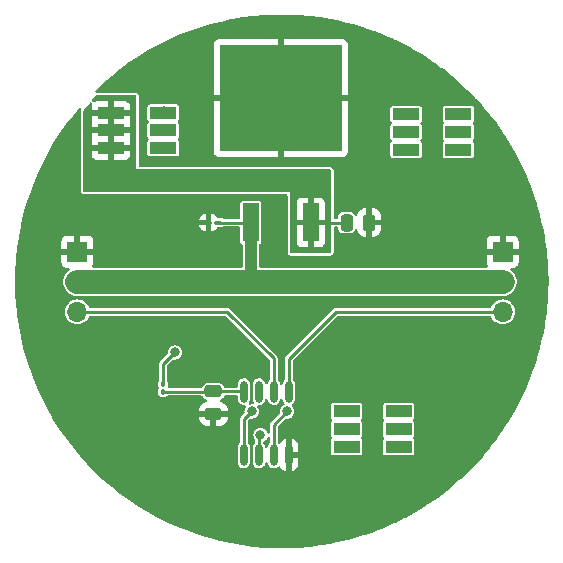
<source format=gtl>
G04 #@! TF.GenerationSoftware,KiCad,Pcbnew,7.0.8*
G04 #@! TF.CreationDate,2023-12-04T02:09:38-07:00*
G04 #@! TF.ProjectId,Lit,4c69742e-6b69-4636-9164-5f7063625858,rev?*
G04 #@! TF.SameCoordinates,Original*
G04 #@! TF.FileFunction,Copper,L1,Top*
G04 #@! TF.FilePolarity,Positive*
%FSLAX46Y46*%
G04 Gerber Fmt 4.6, Leading zero omitted, Abs format (unit mm)*
G04 Created by KiCad (PCBNEW 7.0.8) date 2023-12-04 02:09:38*
%MOMM*%
%LPD*%
G01*
G04 APERTURE LIST*
G04 Aperture macros list*
%AMRoundRect*
0 Rectangle with rounded corners*
0 $1 Rounding radius*
0 $2 $3 $4 $5 $6 $7 $8 $9 X,Y pos of 4 corners*
0 Add a 4 corners polygon primitive as box body*
4,1,4,$2,$3,$4,$5,$6,$7,$8,$9,$2,$3,0*
0 Add four circle primitives for the rounded corners*
1,1,$1+$1,$2,$3*
1,1,$1+$1,$4,$5*
1,1,$1+$1,$6,$7*
1,1,$1+$1,$8,$9*
0 Add four rect primitives between the rounded corners*
20,1,$1+$1,$2,$3,$4,$5,0*
20,1,$1+$1,$4,$5,$6,$7,0*
20,1,$1+$1,$6,$7,$8,$9,0*
20,1,$1+$1,$8,$9,$2,$3,0*%
G04 Aperture macros list end*
G04 #@! TA.AperFunction,ComponentPad*
%ADD10R,1.700000X1.700000*%
G04 #@! TD*
G04 #@! TA.AperFunction,ComponentPad*
%ADD11O,1.700000X1.700000*%
G04 #@! TD*
G04 #@! TA.AperFunction,SMDPad,CuDef*
%ADD12RoundRect,0.250000X-0.475000X0.250000X-0.475000X-0.250000X0.475000X-0.250000X0.475000X0.250000X0*%
G04 #@! TD*
G04 #@! TA.AperFunction,SMDPad,CuDef*
%ADD13R,2.260000X1.000000*%
G04 #@! TD*
G04 #@! TA.AperFunction,SMDPad,CuDef*
%ADD14RoundRect,0.100000X-0.100000X0.130000X-0.100000X-0.130000X0.100000X-0.130000X0.100000X0.130000X0*%
G04 #@! TD*
G04 #@! TA.AperFunction,SMDPad,CuDef*
%ADD15RoundRect,0.250000X0.250000X0.475000X-0.250000X0.475000X-0.250000X-0.475000X0.250000X-0.475000X0*%
G04 #@! TD*
G04 #@! TA.AperFunction,SMDPad,CuDef*
%ADD16RoundRect,0.100000X-0.217500X-0.100000X0.217500X-0.100000X0.217500X0.100000X-0.217500X0.100000X0*%
G04 #@! TD*
G04 #@! TA.AperFunction,SMDPad,CuDef*
%ADD17O,0.630000X1.860000*%
G04 #@! TD*
G04 #@! TA.AperFunction,SMDPad,CuDef*
%ADD18R,1.400000X3.200000*%
G04 #@! TD*
G04 #@! TA.AperFunction,SMDPad,CuDef*
%ADD19R,10.400000X9.000000*%
G04 #@! TD*
G04 #@! TA.AperFunction,ViaPad*
%ADD20C,0.800000*%
G04 #@! TD*
G04 #@! TA.AperFunction,Conductor*
%ADD21C,2.000000*%
G04 #@! TD*
G04 #@! TA.AperFunction,Conductor*
%ADD22C,0.250000*%
G04 #@! TD*
G04 #@! TA.AperFunction,Conductor*
%ADD23C,1.000000*%
G04 #@! TD*
G04 APERTURE END LIST*
D10*
X120000000Y-91475000D03*
D11*
X120000000Y-94015000D03*
X120000000Y-96555000D03*
D10*
X156000000Y-91475000D03*
D11*
X156000000Y-94015000D03*
X156000000Y-96555000D03*
D12*
X131500000Y-105200000D03*
X131500000Y-103300000D03*
D13*
X152252500Y-79825000D03*
X152252500Y-81325000D03*
X152252500Y-82825000D03*
X147832500Y-82825000D03*
X147832500Y-81325000D03*
X147832500Y-79825000D03*
D14*
X127250000Y-103320000D03*
X127250000Y-102680000D03*
D15*
X144700000Y-89000000D03*
X142800000Y-89000000D03*
D16*
X131907500Y-89000000D03*
X131092500Y-89000000D03*
D17*
X134090000Y-103320000D03*
X135370000Y-103320000D03*
X136630000Y-103320000D03*
X137900000Y-103320000D03*
X137900000Y-108680000D03*
X136630000Y-108680000D03*
X135370000Y-108680000D03*
X134090000Y-108680000D03*
D13*
X147210000Y-108000000D03*
X147210000Y-106500000D03*
X147210000Y-105000000D03*
X142790000Y-105000000D03*
X142790000Y-106500000D03*
X142790000Y-108000000D03*
D18*
X134685000Y-88995000D03*
D19*
X137225000Y-78455000D03*
D18*
X139765000Y-88995000D03*
D13*
X127260000Y-79700000D03*
X127260000Y-81200000D03*
X127260000Y-82700000D03*
X122840000Y-82700000D03*
X122840000Y-81200000D03*
X122840000Y-79700000D03*
D20*
X142750000Y-108000000D03*
X135500000Y-107000000D03*
X142750000Y-105000000D03*
X142750000Y-106500000D03*
X137750000Y-105000000D03*
X134750000Y-105000000D03*
X139750000Y-89000000D03*
X128250000Y-100000000D03*
X147250000Y-108000000D03*
X147250000Y-106500000D03*
X147250000Y-105000000D03*
X152250000Y-82750000D03*
X152250000Y-81250000D03*
X152250000Y-79750000D03*
X127325000Y-82750000D03*
X127325000Y-81100000D03*
X127325000Y-79600000D03*
X147625000Y-79775000D03*
X147575000Y-81325000D03*
X147775000Y-82850000D03*
D21*
X120000000Y-94015000D02*
X134400000Y-94015000D01*
X134400000Y-94015000D02*
X156000000Y-94015000D01*
D22*
X134400000Y-94015000D02*
X134685000Y-93730000D01*
D23*
X134685000Y-93730000D02*
X134685000Y-88995000D01*
D22*
X139770000Y-89000000D02*
X139765000Y-88995000D01*
X142800000Y-89000000D02*
X139770000Y-89000000D01*
X135370000Y-107130000D02*
X135500000Y-107000000D01*
X135370000Y-108680000D02*
X135370000Y-107130000D01*
X134090000Y-105660000D02*
X134090000Y-108680000D01*
X134750000Y-105000000D02*
X134090000Y-105660000D01*
X136630000Y-106120000D02*
X137750000Y-105000000D01*
X136630000Y-108680000D02*
X136630000Y-106120000D01*
X127250000Y-101000000D02*
X128250000Y-100000000D01*
X127250000Y-102680000D02*
X127250000Y-101000000D01*
X131480000Y-103320000D02*
X131500000Y-103300000D01*
X127250000Y-103320000D02*
X131480000Y-103320000D01*
X134070000Y-103300000D02*
X134090000Y-103320000D01*
X131500000Y-103300000D02*
X134070000Y-103300000D01*
X131907500Y-89000000D02*
X134680000Y-89000000D01*
X134680000Y-89000000D02*
X134685000Y-88995000D01*
X132680000Y-96555000D02*
X120000000Y-96555000D01*
X136630000Y-100505000D02*
X132680000Y-96555000D01*
X136630000Y-103320000D02*
X136630000Y-100505000D01*
X141895000Y-96555000D02*
X156000000Y-96555000D01*
X137900000Y-100550000D02*
X141895000Y-96555000D01*
X137900000Y-103320000D02*
X137900000Y-100550000D01*
G04 #@! TA.AperFunction,Conductor*
G36*
X124943039Y-78219685D02*
G01*
X124988794Y-78272489D01*
X125000000Y-78324000D01*
X125000000Y-79000000D01*
X125000000Y-84500000D01*
X138000000Y-84500000D01*
X141376000Y-84500000D01*
X141443039Y-84519685D01*
X141488794Y-84572489D01*
X141500000Y-84624000D01*
X141500000Y-91476000D01*
X141480315Y-91543039D01*
X141427511Y-91588794D01*
X141376000Y-91600000D01*
X138124000Y-91600000D01*
X138056961Y-91580315D01*
X138011206Y-91527511D01*
X138000000Y-91476000D01*
X138000000Y-89245000D01*
X138565000Y-89245000D01*
X138565000Y-90642844D01*
X138571401Y-90702372D01*
X138571403Y-90702379D01*
X138621645Y-90837086D01*
X138621649Y-90837093D01*
X138707809Y-90952187D01*
X138707812Y-90952190D01*
X138822906Y-91038350D01*
X138822913Y-91038354D01*
X138957620Y-91088596D01*
X138957627Y-91088598D01*
X139017155Y-91094999D01*
X139017172Y-91095000D01*
X139515000Y-91095000D01*
X139515000Y-89245000D01*
X140015000Y-89245000D01*
X140015000Y-91095000D01*
X140512828Y-91095000D01*
X140512844Y-91094999D01*
X140572372Y-91088598D01*
X140572379Y-91088596D01*
X140707086Y-91038354D01*
X140707093Y-91038350D01*
X140822187Y-90952190D01*
X140822190Y-90952187D01*
X140908350Y-90837093D01*
X140908354Y-90837086D01*
X140958596Y-90702379D01*
X140958598Y-90702372D01*
X140964999Y-90642844D01*
X140965000Y-90642827D01*
X140965000Y-89245000D01*
X140015000Y-89245000D01*
X139515000Y-89245000D01*
X138565000Y-89245000D01*
X138000000Y-89245000D01*
X138000000Y-88745000D01*
X138565000Y-88745000D01*
X139515000Y-88745000D01*
X139515000Y-86895000D01*
X140015000Y-86895000D01*
X140015000Y-88745000D01*
X140965000Y-88745000D01*
X140965000Y-87347172D01*
X140964999Y-87347155D01*
X140958598Y-87287627D01*
X140958596Y-87287620D01*
X140908354Y-87152913D01*
X140908350Y-87152906D01*
X140822190Y-87037812D01*
X140822187Y-87037809D01*
X140707093Y-86951649D01*
X140707086Y-86951645D01*
X140572379Y-86901403D01*
X140572372Y-86901401D01*
X140512844Y-86895000D01*
X140015000Y-86895000D01*
X139515000Y-86895000D01*
X139017155Y-86895000D01*
X138957627Y-86901401D01*
X138957620Y-86901403D01*
X138822913Y-86951645D01*
X138822906Y-86951649D01*
X138707812Y-87037809D01*
X138707809Y-87037812D01*
X138621649Y-87152906D01*
X138621645Y-87152913D01*
X138571403Y-87287620D01*
X138571401Y-87287627D01*
X138565000Y-87347155D01*
X138565000Y-88745000D01*
X138000000Y-88745000D01*
X138000000Y-86400000D01*
X131500000Y-86400000D01*
X120624000Y-86400000D01*
X120556961Y-86380315D01*
X120511206Y-86327511D01*
X120500000Y-86276000D01*
X120500000Y-82950000D01*
X121210000Y-82950000D01*
X121210000Y-83247844D01*
X121216401Y-83307372D01*
X121216403Y-83307379D01*
X121266645Y-83442086D01*
X121266649Y-83442093D01*
X121352809Y-83557187D01*
X121352812Y-83557190D01*
X121467906Y-83643350D01*
X121467913Y-83643354D01*
X121602620Y-83693596D01*
X121602627Y-83693598D01*
X121662155Y-83699999D01*
X121662172Y-83700000D01*
X122590000Y-83700000D01*
X122590000Y-82950000D01*
X123090000Y-82950000D01*
X123090000Y-83700000D01*
X124017828Y-83700000D01*
X124017844Y-83699999D01*
X124077372Y-83693598D01*
X124077379Y-83693596D01*
X124212086Y-83643354D01*
X124212093Y-83643350D01*
X124327187Y-83557190D01*
X124327190Y-83557187D01*
X124413350Y-83442093D01*
X124413354Y-83442086D01*
X124463596Y-83307379D01*
X124463598Y-83307372D01*
X124469999Y-83247844D01*
X124470000Y-83247827D01*
X124470000Y-82950000D01*
X123090000Y-82950000D01*
X122590000Y-82950000D01*
X121210000Y-82950000D01*
X120500000Y-82950000D01*
X120500000Y-81450000D01*
X121210000Y-81450000D01*
X121210000Y-81747844D01*
X121216401Y-81807372D01*
X121216403Y-81807383D01*
X121253434Y-81906668D01*
X121258418Y-81976360D01*
X121253434Y-81993332D01*
X121216403Y-82092616D01*
X121216401Y-82092627D01*
X121210000Y-82152155D01*
X121210000Y-82450000D01*
X122590000Y-82450000D01*
X122590000Y-81450000D01*
X123090000Y-81450000D01*
X123090000Y-82450000D01*
X124470000Y-82450000D01*
X124470000Y-82152172D01*
X124469999Y-82152155D01*
X124463598Y-82092627D01*
X124463597Y-82092623D01*
X124426564Y-81993334D01*
X124421580Y-81923642D01*
X124426564Y-81906666D01*
X124463597Y-81807376D01*
X124463598Y-81807372D01*
X124469999Y-81747844D01*
X124470000Y-81747827D01*
X124470000Y-81450000D01*
X123090000Y-81450000D01*
X122590000Y-81450000D01*
X121210000Y-81450000D01*
X120500000Y-81450000D01*
X120500000Y-79950000D01*
X121210000Y-79950000D01*
X121210000Y-80247844D01*
X121216401Y-80307372D01*
X121216403Y-80307383D01*
X121253434Y-80406668D01*
X121258418Y-80476360D01*
X121253434Y-80493332D01*
X121216403Y-80592616D01*
X121216401Y-80592627D01*
X121210000Y-80652155D01*
X121210000Y-80950000D01*
X122590000Y-80950000D01*
X122590000Y-79950000D01*
X123090000Y-79950000D01*
X123090000Y-80950000D01*
X124470000Y-80950000D01*
X124470000Y-80652172D01*
X124469999Y-80652155D01*
X124463598Y-80592627D01*
X124463597Y-80592623D01*
X124426564Y-80493334D01*
X124421580Y-80423642D01*
X124426564Y-80406666D01*
X124463597Y-80307376D01*
X124463598Y-80307372D01*
X124469999Y-80247844D01*
X124470000Y-80247827D01*
X124470000Y-79950000D01*
X123090000Y-79950000D01*
X122590000Y-79950000D01*
X121210000Y-79950000D01*
X120500000Y-79950000D01*
X120500000Y-79545422D01*
X120519685Y-79478383D01*
X120529340Y-79465325D01*
X121050030Y-78849964D01*
X121108360Y-78811503D01*
X121178224Y-78810683D01*
X121237442Y-78847765D01*
X121267211Y-78910975D01*
X121260871Y-78973395D01*
X121216403Y-79092619D01*
X121216401Y-79092627D01*
X121210000Y-79152155D01*
X121210000Y-79450000D01*
X122590000Y-79450000D01*
X122590000Y-78700000D01*
X123090000Y-78700000D01*
X123090000Y-79450000D01*
X124470000Y-79450000D01*
X124470000Y-79152172D01*
X124469999Y-79152155D01*
X124463598Y-79092627D01*
X124463596Y-79092620D01*
X124413354Y-78957913D01*
X124413350Y-78957906D01*
X124327190Y-78842812D01*
X124327187Y-78842809D01*
X124212093Y-78756649D01*
X124212086Y-78756645D01*
X124077379Y-78706403D01*
X124077372Y-78706401D01*
X124017844Y-78700000D01*
X123090000Y-78700000D01*
X122590000Y-78700000D01*
X121662155Y-78700000D01*
X121602627Y-78706401D01*
X121602620Y-78706403D01*
X121467913Y-78756645D01*
X121467906Y-78756649D01*
X121418315Y-78793773D01*
X121352851Y-78818190D01*
X121284578Y-78803338D01*
X121235173Y-78753932D01*
X121220321Y-78685659D01*
X121244738Y-78620195D01*
X121249325Y-78614433D01*
X121562851Y-78243902D01*
X121621182Y-78205441D01*
X121657511Y-78200000D01*
X124876000Y-78200000D01*
X124943039Y-78219685D01*
G37*
G04 #@! TD.AperFunction*
G04 #@! TA.AperFunction,Conductor*
G36*
X137799785Y-71394574D02*
G01*
X138641327Y-71429845D01*
X138747446Y-71435444D01*
X139580694Y-71505413D01*
X139692548Y-71516058D01*
X140516532Y-71620151D01*
X140633424Y-71636273D01*
X141446958Y-71773872D01*
X141568368Y-71795866D01*
X142370552Y-71966375D01*
X142495807Y-71994567D01*
X143285488Y-72197323D01*
X143414057Y-72232015D01*
X144190270Y-72466367D01*
X144321508Y-72507789D01*
X145083297Y-72773072D01*
X145216543Y-72821393D01*
X145962902Y-73116897D01*
X146097638Y-73172292D01*
X146827488Y-73497242D01*
X146858717Y-73511649D01*
X146963207Y-73559853D01*
X147675648Y-73913512D01*
X147811708Y-73983381D01*
X148130482Y-74158628D01*
X148505780Y-74364949D01*
X148539851Y-74384302D01*
X148641704Y-74442158D01*
X149316472Y-74850811D01*
X149451663Y-74935332D01*
X150106295Y-75370269D01*
X150240195Y-75462054D01*
X150821499Y-75884396D01*
X150873785Y-75922384D01*
X151005928Y-76021404D01*
X151617646Y-76506246D01*
X151747448Y-76612343D01*
X152336467Y-77120770D01*
X152463542Y-77233901D01*
X153029058Y-77764956D01*
X153062434Y-77797293D01*
X153152887Y-77884930D01*
X153694170Y-78437670D01*
X153759944Y-78507004D01*
X153814283Y-78564285D01*
X154279082Y-79080497D01*
X154330601Y-79137715D01*
X154446586Y-79270794D01*
X154937253Y-79863909D01*
X155048648Y-80003163D01*
X155497753Y-80594837D01*
X155512993Y-80614914D01*
X155609644Y-80746770D01*
X155619439Y-80760132D01*
X155965871Y-81258582D01*
X156056856Y-81389493D01*
X156157957Y-81540371D01*
X156308907Y-81778230D01*
X156564162Y-82180448D01*
X156567841Y-82186244D01*
X156663242Y-82342481D01*
X157045014Y-83003726D01*
X157134435Y-83165090D01*
X157487585Y-83840605D01*
X157570666Y-84006679D01*
X157894730Y-84695350D01*
X157971196Y-84865804D01*
X158265750Y-85566519D01*
X158335309Y-85740917D01*
X158599952Y-86452521D01*
X158662385Y-86630513D01*
X158849415Y-87206133D01*
X158896748Y-87351807D01*
X158951850Y-87533025D01*
X159155599Y-88262772D01*
X159203198Y-88446866D01*
X159376068Y-89183905D01*
X159415975Y-89370362D01*
X159557740Y-90113520D01*
X159589827Y-90301944D01*
X159700285Y-91049957D01*
X159724453Y-91239982D01*
X159803455Y-91991632D01*
X159819613Y-92182765D01*
X159867058Y-92936897D01*
X159875149Y-93128635D01*
X159892983Y-93980000D01*
X159875149Y-94831364D01*
X159867058Y-95023102D01*
X159819613Y-95777234D01*
X159803455Y-95968367D01*
X159724453Y-96720017D01*
X159700285Y-96910042D01*
X159589827Y-97658055D01*
X159557740Y-97846479D01*
X159415975Y-98589637D01*
X159376068Y-98776094D01*
X159203198Y-99513133D01*
X159155599Y-99697227D01*
X158951850Y-100426974D01*
X158896748Y-100608192D01*
X158662385Y-101329486D01*
X158599952Y-101507478D01*
X158335309Y-102219082D01*
X158265750Y-102393480D01*
X157971196Y-103094195D01*
X157894730Y-103264649D01*
X157570666Y-103953320D01*
X157487585Y-104119394D01*
X157134435Y-104794909D01*
X157045014Y-104956273D01*
X156663242Y-105617518D01*
X156567841Y-105773755D01*
X156157957Y-106419628D01*
X156056856Y-106570506D01*
X155619447Y-107199856D01*
X155513002Y-107345073D01*
X155048648Y-107956836D01*
X154937253Y-108096090D01*
X154446586Y-108689205D01*
X154330601Y-108822284D01*
X153814293Y-109395703D01*
X153694170Y-109522329D01*
X153152887Y-110075069D01*
X153029072Y-110195030D01*
X152463542Y-110726098D01*
X152336481Y-110839218D01*
X151747448Y-111347656D01*
X151617646Y-111453753D01*
X151005912Y-111938608D01*
X150873785Y-112037615D01*
X150240194Y-112497947D01*
X150106294Y-112589731D01*
X149451663Y-113024667D01*
X149316472Y-113109188D01*
X148641704Y-113517841D01*
X148505774Y-113595053D01*
X147811708Y-113976618D01*
X147675648Y-114046487D01*
X146963207Y-114400146D01*
X146827475Y-114462763D01*
X146097646Y-114787704D01*
X145962854Y-114843121D01*
X145216553Y-115138602D01*
X145169350Y-115155721D01*
X145083299Y-115186926D01*
X144321527Y-115452204D01*
X144190240Y-115493641D01*
X143414063Y-115727982D01*
X143285493Y-115762675D01*
X142495809Y-115965431D01*
X142370527Y-115993629D01*
X141568392Y-116164128D01*
X141446964Y-116186126D01*
X140633424Y-116323726D01*
X140516465Y-116339857D01*
X139692573Y-116443938D01*
X139580667Y-116454588D01*
X138747463Y-116524554D01*
X138641279Y-116530156D01*
X137799802Y-116565424D01*
X137699889Y-116566478D01*
X136851233Y-116566478D01*
X136758222Y-116563535D01*
X135903457Y-116527710D01*
X135817859Y-116521382D01*
X134958139Y-116449189D01*
X134880507Y-116440146D01*
X134016921Y-116331050D01*
X133947897Y-116320043D01*
X133081462Y-116173496D01*
X133021676Y-116161358D01*
X132153443Y-115976810D01*
X132147899Y-115975439D01*
X132103400Y-115964431D01*
X131234483Y-115741332D01*
X131211837Y-115734706D01*
X131194655Y-115729679D01*
X130326208Y-115467479D01*
X130297260Y-115457667D01*
X129430192Y-115155721D01*
X129412724Y-115148966D01*
X128548068Y-114806625D01*
X128542451Y-114804176D01*
X127682586Y-114421340D01*
X126835029Y-114000609D01*
X126005834Y-113544755D01*
X125196455Y-113054578D01*
X124408313Y-112530937D01*
X123642790Y-111974752D01*
X122901229Y-111386998D01*
X122184931Y-110768707D01*
X121495153Y-110120962D01*
X120833104Y-109444900D01*
X120199947Y-108741708D01*
X119596792Y-108012618D01*
X119024697Y-107258911D01*
X118484666Y-106481908D01*
X117977646Y-105682972D01*
X117843139Y-105450000D01*
X130275001Y-105450000D01*
X130275001Y-105499986D01*
X130285494Y-105602697D01*
X130340641Y-105769119D01*
X130340643Y-105769124D01*
X130432684Y-105918345D01*
X130556654Y-106042315D01*
X130705875Y-106134356D01*
X130705880Y-106134358D01*
X130872302Y-106189505D01*
X130872309Y-106189506D01*
X130975019Y-106199999D01*
X131249999Y-106199999D01*
X131250000Y-106199998D01*
X131250000Y-105450000D01*
X131750000Y-105450000D01*
X131750000Y-106199999D01*
X132024972Y-106199999D01*
X132024986Y-106199998D01*
X132127697Y-106189505D01*
X132294119Y-106134358D01*
X132294124Y-106134356D01*
X132443345Y-106042315D01*
X132567315Y-105918345D01*
X132659356Y-105769124D01*
X132659358Y-105769119D01*
X132714505Y-105602697D01*
X132714506Y-105602690D01*
X132724999Y-105499986D01*
X132725000Y-105499973D01*
X132725000Y-105450000D01*
X131750000Y-105450000D01*
X131250000Y-105450000D01*
X130275001Y-105450000D01*
X117843139Y-105450000D01*
X117504526Y-104863506D01*
X117066138Y-104024946D01*
X116663249Y-103168764D01*
X116296567Y-102296461D01*
X115966735Y-101409569D01*
X115674331Y-100509642D01*
X115419868Y-99598261D01*
X115203794Y-98677023D01*
X115026487Y-97747545D01*
X114888257Y-96811457D01*
X114861302Y-96555000D01*
X118944417Y-96555000D01*
X118964699Y-96760932D01*
X118964700Y-96760934D01*
X119024768Y-96958954D01*
X119122315Y-97141450D01*
X119122317Y-97141452D01*
X119253589Y-97301410D01*
X119350209Y-97380702D01*
X119413550Y-97432685D01*
X119596046Y-97530232D01*
X119794066Y-97590300D01*
X119794065Y-97590300D01*
X119812529Y-97592118D01*
X120000000Y-97610583D01*
X120205934Y-97590300D01*
X120403954Y-97530232D01*
X120586450Y-97432685D01*
X120746410Y-97301410D01*
X120877685Y-97141450D01*
X120975232Y-96958954D01*
X120975234Y-96958945D01*
X120976021Y-96957049D01*
X120976701Y-96956203D01*
X120978104Y-96953581D01*
X120978601Y-96953846D01*
X121019862Y-96902645D01*
X121086156Y-96880579D01*
X121090583Y-96880500D01*
X132493812Y-96880500D01*
X132560851Y-96900185D01*
X132581493Y-96916819D01*
X136268181Y-100603507D01*
X136301666Y-100664830D01*
X136304500Y-100691188D01*
X136304500Y-102249776D01*
X136284815Y-102316815D01*
X136265138Y-102340398D01*
X136226362Y-102376613D01*
X136152733Y-102497690D01*
X136118577Y-102619594D01*
X136081535Y-102678837D01*
X136018344Y-102708648D01*
X135949068Y-102699564D01*
X135895700Y-102654468D01*
X135876330Y-102603023D01*
X135871051Y-102564612D01*
X135814595Y-102434636D01*
X135725164Y-102324712D01*
X135725163Y-102324711D01*
X135725158Y-102324707D01*
X135609395Y-102242992D01*
X135609394Y-102242991D01*
X135475870Y-102195537D01*
X135334492Y-102185866D01*
X135334491Y-102185866D01*
X135334490Y-102185866D01*
X135287950Y-102195537D01*
X135195747Y-102214696D01*
X135187283Y-102219082D01*
X135069926Y-102279892D01*
X135069923Y-102279894D01*
X135069922Y-102279895D01*
X135069921Y-102279895D01*
X134966360Y-102376615D01*
X134966360Y-102376616D01*
X134892733Y-102497690D01*
X134892732Y-102497692D01*
X134892732Y-102497693D01*
X134855913Y-102629105D01*
X134854500Y-102634147D01*
X134854500Y-103970264D01*
X134868949Y-104075388D01*
X134925404Y-104205363D01*
X134929814Y-104212615D01*
X134927342Y-104214118D01*
X134948853Y-104265394D01*
X134936757Y-104334208D01*
X134889377Y-104385560D01*
X134821756Y-104403144D01*
X134809439Y-104402143D01*
X134750001Y-104394318D01*
X134749999Y-104394318D01*
X134641395Y-104408616D01*
X134572360Y-104397850D01*
X134520104Y-104351470D01*
X134501219Y-104284201D01*
X134519261Y-104221251D01*
X134567268Y-104142307D01*
X134605500Y-104005854D01*
X134605500Y-102669736D01*
X134591051Y-102564612D01*
X134534595Y-102434636D01*
X134445164Y-102324712D01*
X134445163Y-102324711D01*
X134445158Y-102324707D01*
X134329395Y-102242992D01*
X134329394Y-102242991D01*
X134195870Y-102195537D01*
X134054492Y-102185866D01*
X134054491Y-102185866D01*
X134054490Y-102185866D01*
X134007950Y-102195537D01*
X133915747Y-102214696D01*
X133907283Y-102219082D01*
X133789926Y-102279892D01*
X133789923Y-102279894D01*
X133789922Y-102279895D01*
X133789921Y-102279895D01*
X133686360Y-102376615D01*
X133686360Y-102376616D01*
X133612733Y-102497690D01*
X133612732Y-102497692D01*
X133612732Y-102497693D01*
X133575913Y-102629105D01*
X133574500Y-102634147D01*
X133574500Y-102850500D01*
X133554815Y-102917539D01*
X133502011Y-102963294D01*
X133450500Y-102974500D01*
X132513847Y-102974500D01*
X132446808Y-102954815D01*
X132401053Y-102902011D01*
X132396812Y-102891471D01*
X132377793Y-102837118D01*
X132297150Y-102727850D01*
X132187882Y-102647207D01*
X132187880Y-102647206D01*
X132059700Y-102602353D01*
X132029270Y-102599500D01*
X132029266Y-102599500D01*
X130970734Y-102599500D01*
X130970730Y-102599500D01*
X130940300Y-102602353D01*
X130940298Y-102602353D01*
X130812119Y-102647206D01*
X130812117Y-102647207D01*
X130702850Y-102727850D01*
X130622207Y-102837117D01*
X130622206Y-102837119D01*
X130596195Y-102911455D01*
X130555473Y-102968231D01*
X130490520Y-102993978D01*
X130479154Y-102994500D01*
X127773518Y-102994500D01*
X127706479Y-102974815D01*
X127660724Y-102922011D01*
X127650702Y-102858470D01*
X127650293Y-102858447D01*
X127650401Y-102856565D01*
X127650345Y-102856206D01*
X127650499Y-102854877D01*
X127650499Y-102854873D01*
X127650500Y-102854865D01*
X127650499Y-102505136D01*
X127649636Y-102497693D01*
X127647586Y-102480012D01*
X127647585Y-102480010D01*
X127647585Y-102480009D01*
X127602206Y-102377235D01*
X127602203Y-102377232D01*
X127597199Y-102369926D01*
X127575554Y-102303494D01*
X127575500Y-102299851D01*
X127575500Y-101186187D01*
X127595185Y-101119148D01*
X127611815Y-101098510D01*
X128078315Y-100632009D01*
X128139636Y-100598526D01*
X128182180Y-100596753D01*
X128249999Y-100605682D01*
X128250000Y-100605682D01*
X128250001Y-100605682D01*
X128302254Y-100598802D01*
X128406762Y-100585044D01*
X128552841Y-100524536D01*
X128678282Y-100428282D01*
X128774536Y-100302841D01*
X128835044Y-100156762D01*
X128855682Y-100000000D01*
X128835044Y-99843238D01*
X128774536Y-99697159D01*
X128678282Y-99571718D01*
X128552841Y-99475464D01*
X128406762Y-99414956D01*
X128406760Y-99414955D01*
X128250001Y-99394318D01*
X128249999Y-99394318D01*
X128093239Y-99414955D01*
X128093237Y-99414956D01*
X127947160Y-99475463D01*
X127821718Y-99571718D01*
X127725463Y-99697160D01*
X127664956Y-99843237D01*
X127664955Y-99843239D01*
X127644318Y-99999998D01*
X127644318Y-100000001D01*
X127653246Y-100067818D01*
X127642480Y-100136853D01*
X127617988Y-100171684D01*
X127031803Y-100757870D01*
X127027814Y-100761525D01*
X126996805Y-100787545D01*
X126976562Y-100822606D01*
X126973656Y-100827166D01*
X126950446Y-100860313D01*
X126948206Y-100865117D01*
X126941229Y-100881961D01*
X126939410Y-100886959D01*
X126932383Y-100926811D01*
X126931212Y-100932091D01*
X126920735Y-100971191D01*
X126924264Y-101011513D01*
X126924500Y-101016920D01*
X126924500Y-102299851D01*
X126904815Y-102366890D01*
X126902801Y-102369926D01*
X126897794Y-102377235D01*
X126852415Y-102480006D01*
X126852415Y-102480008D01*
X126849500Y-102505131D01*
X126849500Y-102854856D01*
X126849502Y-102854882D01*
X126852413Y-102879986D01*
X126852414Y-102879990D01*
X126852415Y-102879991D01*
X126883289Y-102949914D01*
X126892360Y-103019191D01*
X126883289Y-103050084D01*
X126852415Y-103120006D01*
X126852415Y-103120008D01*
X126849500Y-103145131D01*
X126849500Y-103494856D01*
X126849502Y-103494882D01*
X126852413Y-103519987D01*
X126852415Y-103519991D01*
X126897793Y-103622764D01*
X126897794Y-103622765D01*
X126977235Y-103702206D01*
X127080009Y-103747585D01*
X127105135Y-103750500D01*
X127394864Y-103750499D01*
X127394879Y-103750497D01*
X127394882Y-103750497D01*
X127419987Y-103747586D01*
X127419988Y-103747585D01*
X127419991Y-103747585D01*
X127522765Y-103702206D01*
X127543152Y-103681819D01*
X127604475Y-103648334D01*
X127630833Y-103645500D01*
X130493151Y-103645500D01*
X130560190Y-103665185D01*
X130605945Y-103717989D01*
X130610187Y-103728531D01*
X130622207Y-103762882D01*
X130702850Y-103872150D01*
X130812118Y-103952793D01*
X130876033Y-103975158D01*
X130932807Y-104015878D01*
X130958555Y-104080830D01*
X130945099Y-104149392D01*
X130896712Y-104199795D01*
X130874082Y-104209904D01*
X130705878Y-104265642D01*
X130705875Y-104265643D01*
X130556654Y-104357684D01*
X130432684Y-104481654D01*
X130340643Y-104630875D01*
X130340641Y-104630880D01*
X130285494Y-104797302D01*
X130285493Y-104797309D01*
X130275000Y-104900013D01*
X130275000Y-104950000D01*
X132724999Y-104950000D01*
X132724999Y-104900028D01*
X132724998Y-104900013D01*
X132714505Y-104797302D01*
X132659358Y-104630880D01*
X132659356Y-104630875D01*
X132567315Y-104481654D01*
X132443345Y-104357684D01*
X132294124Y-104265643D01*
X132294119Y-104265641D01*
X132125917Y-104209905D01*
X132068472Y-104170133D01*
X132041649Y-104105617D01*
X132053964Y-104036841D01*
X132101507Y-103985641D01*
X132123966Y-103975158D01*
X132123972Y-103975156D01*
X132187882Y-103952793D01*
X132297150Y-103872150D01*
X132377793Y-103762882D01*
X132396806Y-103708543D01*
X132437527Y-103651769D01*
X132502480Y-103626022D01*
X132513847Y-103625500D01*
X133450500Y-103625500D01*
X133517539Y-103645185D01*
X133563294Y-103697989D01*
X133574500Y-103749500D01*
X133574500Y-103970264D01*
X133588949Y-104075388D01*
X133645405Y-104205364D01*
X133709545Y-104284201D01*
X133734836Y-104315288D01*
X133734841Y-104315292D01*
X133850604Y-104397007D01*
X133850605Y-104397008D01*
X133984129Y-104444462D01*
X133984132Y-104444463D01*
X134125510Y-104454134D01*
X134129517Y-104453301D01*
X134139487Y-104451230D01*
X134209129Y-104456863D01*
X134264670Y-104499253D01*
X134288476Y-104564942D01*
X134272989Y-104633074D01*
X134263091Y-104648122D01*
X134225464Y-104697157D01*
X134164956Y-104843237D01*
X134164955Y-104843239D01*
X134144318Y-104999998D01*
X134144318Y-105000001D01*
X134153246Y-105067818D01*
X134142480Y-105136853D01*
X134117988Y-105171684D01*
X133871803Y-105417870D01*
X133867814Y-105421525D01*
X133836805Y-105447545D01*
X133816562Y-105482606D01*
X133813656Y-105487166D01*
X133790446Y-105520313D01*
X133788206Y-105525117D01*
X133781229Y-105541961D01*
X133779410Y-105546959D01*
X133772383Y-105586811D01*
X133771212Y-105592091D01*
X133760735Y-105631191D01*
X133764264Y-105671513D01*
X133764500Y-105676920D01*
X133764500Y-107609776D01*
X133744815Y-107676815D01*
X133725138Y-107700398D01*
X133686362Y-107736613D01*
X133612733Y-107857690D01*
X133612732Y-107857692D01*
X133612732Y-107857693D01*
X133574500Y-107994146D01*
X133574500Y-109330264D01*
X133588949Y-109435388D01*
X133645405Y-109565364D01*
X133703707Y-109637026D01*
X133734836Y-109675288D01*
X133734841Y-109675292D01*
X133850604Y-109757007D01*
X133850605Y-109757008D01*
X133984129Y-109804462D01*
X133984132Y-109804463D01*
X134125510Y-109814134D01*
X134264254Y-109785303D01*
X134390074Y-109720108D01*
X134493639Y-109623385D01*
X134567268Y-109502307D01*
X134605500Y-109365854D01*
X134605500Y-108029736D01*
X134591051Y-107924612D01*
X134534595Y-107794636D01*
X134445164Y-107684712D01*
X134445163Y-107684711D01*
X134443313Y-107682437D01*
X134416274Y-107618011D01*
X134415500Y-107604181D01*
X134415500Y-105846187D01*
X134435185Y-105779148D01*
X134451815Y-105758510D01*
X134578314Y-105632010D01*
X134639637Y-105598526D01*
X134682181Y-105596753D01*
X134749999Y-105605682D01*
X134750000Y-105605682D01*
X134750001Y-105605682D01*
X134802254Y-105598802D01*
X134906762Y-105585044D01*
X135052841Y-105524536D01*
X135178282Y-105428282D01*
X135274536Y-105302841D01*
X135335044Y-105156762D01*
X135355682Y-105000000D01*
X135349099Y-104950000D01*
X135335044Y-104843239D01*
X135335044Y-104843238D01*
X135274536Y-104697159D01*
X135237704Y-104649158D01*
X135212511Y-104583992D01*
X135226549Y-104515547D01*
X135275363Y-104465557D01*
X135343454Y-104449893D01*
X135344386Y-104449952D01*
X135405510Y-104454134D01*
X135544254Y-104425303D01*
X135670074Y-104360108D01*
X135773639Y-104263385D01*
X135847268Y-104142307D01*
X135881423Y-104020403D01*
X135918463Y-103961163D01*
X135981654Y-103931351D01*
X136050930Y-103940434D01*
X136104299Y-103985530D01*
X136123669Y-104036974D01*
X136128949Y-104075389D01*
X136161093Y-104149392D01*
X136185405Y-104205364D01*
X136249545Y-104284201D01*
X136274836Y-104315288D01*
X136274841Y-104315292D01*
X136390604Y-104397007D01*
X136390605Y-104397008D01*
X136524129Y-104444462D01*
X136524132Y-104444463D01*
X136665510Y-104454134D01*
X136804254Y-104425303D01*
X136930074Y-104360108D01*
X137033639Y-104263385D01*
X137107268Y-104142307D01*
X137145500Y-104005854D01*
X137145500Y-104005851D01*
X137147788Y-103997686D01*
X137150833Y-103998539D01*
X137173196Y-103948700D01*
X137231723Y-103910537D01*
X137301591Y-103910074D01*
X137360618Y-103947458D01*
X137390063Y-104010820D01*
X137390290Y-104012394D01*
X137398949Y-104075389D01*
X137455404Y-104205363D01*
X137455406Y-104205366D01*
X137512637Y-104275711D01*
X137539676Y-104340137D01*
X137527592Y-104408954D01*
X137480220Y-104460312D01*
X137463905Y-104468527D01*
X137447161Y-104475462D01*
X137321718Y-104571718D01*
X137225463Y-104697160D01*
X137164956Y-104843237D01*
X137164955Y-104843239D01*
X137144318Y-104999998D01*
X137144318Y-105000001D01*
X137153246Y-105067818D01*
X137142480Y-105136853D01*
X137117988Y-105171684D01*
X136411803Y-105877870D01*
X136407814Y-105881525D01*
X136376805Y-105907545D01*
X136356562Y-105942606D01*
X136353656Y-105947166D01*
X136330446Y-105980313D01*
X136328206Y-105985117D01*
X136321229Y-106001961D01*
X136319410Y-106006959D01*
X136312383Y-106046811D01*
X136311212Y-106052091D01*
X136300735Y-106091191D01*
X136304264Y-106131513D01*
X136304500Y-106136920D01*
X136304500Y-106749662D01*
X136284815Y-106816701D01*
X136232011Y-106862456D01*
X136162853Y-106872400D01*
X136099297Y-106843375D01*
X136065939Y-106797115D01*
X136024536Y-106697160D01*
X136024536Y-106697159D01*
X135928282Y-106571718D01*
X135802841Y-106475464D01*
X135656762Y-106414956D01*
X135656760Y-106414955D01*
X135500001Y-106394318D01*
X135499999Y-106394318D01*
X135343239Y-106414955D01*
X135343237Y-106414956D01*
X135197160Y-106475463D01*
X135071718Y-106571718D01*
X134975463Y-106697160D01*
X134914956Y-106843237D01*
X134914955Y-106843239D01*
X134894318Y-106999998D01*
X134894318Y-107000001D01*
X134914955Y-107156760D01*
X134914957Y-107156765D01*
X134975461Y-107302836D01*
X134975464Y-107302842D01*
X135018875Y-107359415D01*
X135044070Y-107424584D01*
X135044500Y-107434902D01*
X135044500Y-107609776D01*
X135024815Y-107676815D01*
X135005138Y-107700398D01*
X134966362Y-107736613D01*
X134892733Y-107857690D01*
X134892732Y-107857692D01*
X134892732Y-107857693D01*
X134854500Y-107994146D01*
X134854500Y-109330264D01*
X134868949Y-109435388D01*
X134925405Y-109565364D01*
X134983707Y-109637026D01*
X135014836Y-109675288D01*
X135014841Y-109675292D01*
X135130604Y-109757007D01*
X135130605Y-109757008D01*
X135264129Y-109804462D01*
X135264132Y-109804463D01*
X135405510Y-109814134D01*
X135544254Y-109785303D01*
X135670074Y-109720108D01*
X135773639Y-109623385D01*
X135847268Y-109502307D01*
X135881423Y-109380403D01*
X135918463Y-109321163D01*
X135981654Y-109291351D01*
X136050930Y-109300434D01*
X136104299Y-109345530D01*
X136123669Y-109396974D01*
X136128949Y-109435389D01*
X136166712Y-109522329D01*
X136185405Y-109565364D01*
X136243707Y-109637026D01*
X136274836Y-109675288D01*
X136274841Y-109675292D01*
X136390604Y-109757007D01*
X136390605Y-109757008D01*
X136524129Y-109804462D01*
X136524132Y-109804463D01*
X136665510Y-109814134D01*
X136804254Y-109785303D01*
X136930074Y-109720108D01*
X136993323Y-109661037D01*
X137055752Y-109629666D01*
X137125233Y-109637026D01*
X137179705Y-109680782D01*
X137182953Y-109685689D01*
X137258775Y-109806360D01*
X137388639Y-109936224D01*
X137544147Y-110033936D01*
X137650000Y-110070974D01*
X137650000Y-108930000D01*
X138150000Y-108930000D01*
X138150000Y-110070973D01*
X138255852Y-110033936D01*
X138411360Y-109936224D01*
X138541224Y-109806360D01*
X138638937Y-109650849D01*
X138699592Y-109477509D01*
X138699595Y-109477496D01*
X138714999Y-109340776D01*
X138715000Y-109340772D01*
X138715000Y-108930000D01*
X138150000Y-108930000D01*
X137650000Y-108930000D01*
X137650000Y-108519752D01*
X141459500Y-108519752D01*
X141471131Y-108578229D01*
X141471132Y-108578230D01*
X141515447Y-108644552D01*
X141581769Y-108688867D01*
X141581770Y-108688868D01*
X141640247Y-108700499D01*
X141640250Y-108700500D01*
X141640252Y-108700500D01*
X143939750Y-108700500D01*
X143939751Y-108700499D01*
X143954568Y-108697552D01*
X143998229Y-108688868D01*
X143998229Y-108688867D01*
X143998231Y-108688867D01*
X144064552Y-108644552D01*
X144108867Y-108578231D01*
X144108867Y-108578229D01*
X144108868Y-108578229D01*
X144120499Y-108519752D01*
X145879500Y-108519752D01*
X145891131Y-108578229D01*
X145891132Y-108578230D01*
X145935447Y-108644552D01*
X146001769Y-108688867D01*
X146001770Y-108688868D01*
X146060247Y-108700499D01*
X146060250Y-108700500D01*
X146060252Y-108700500D01*
X148359750Y-108700500D01*
X148359751Y-108700499D01*
X148374568Y-108697552D01*
X148418229Y-108688868D01*
X148418229Y-108688867D01*
X148418231Y-108688867D01*
X148484552Y-108644552D01*
X148528867Y-108578231D01*
X148528867Y-108578229D01*
X148528868Y-108578229D01*
X148540499Y-108519752D01*
X148540500Y-108519750D01*
X148540500Y-107480249D01*
X148540499Y-107480247D01*
X148528868Y-107421770D01*
X148528867Y-107421769D01*
X148484552Y-107355447D01*
X148481043Y-107353103D01*
X148436237Y-107299492D01*
X148427528Y-107230167D01*
X148457682Y-107167139D01*
X148481043Y-107146897D01*
X148484552Y-107144552D01*
X148496670Y-107126416D01*
X148528867Y-107078231D01*
X148528867Y-107078229D01*
X148528868Y-107078229D01*
X148540499Y-107019752D01*
X148540500Y-107019750D01*
X148540500Y-105980249D01*
X148540499Y-105980247D01*
X148528868Y-105921770D01*
X148528867Y-105921769D01*
X148484552Y-105855447D01*
X148481043Y-105853103D01*
X148436237Y-105799492D01*
X148427528Y-105730167D01*
X148457682Y-105667139D01*
X148481043Y-105646897D01*
X148484552Y-105644552D01*
X148502616Y-105617518D01*
X148528867Y-105578231D01*
X148528867Y-105578229D01*
X148528868Y-105578229D01*
X148539432Y-105525117D01*
X148540500Y-105519748D01*
X148540500Y-104480252D01*
X148540500Y-104480249D01*
X148540499Y-104480247D01*
X148528868Y-104421770D01*
X148528867Y-104421769D01*
X148484552Y-104355447D01*
X148418230Y-104311132D01*
X148418229Y-104311131D01*
X148359752Y-104299500D01*
X148359748Y-104299500D01*
X146060252Y-104299500D01*
X146060247Y-104299500D01*
X146001770Y-104311131D01*
X146001769Y-104311132D01*
X145935447Y-104355447D01*
X145891132Y-104421769D01*
X145891131Y-104421770D01*
X145879500Y-104480247D01*
X145879500Y-105519752D01*
X145891131Y-105578229D01*
X145891132Y-105578230D01*
X145935448Y-105644553D01*
X145938959Y-105646899D01*
X145983764Y-105700512D01*
X145992470Y-105769837D01*
X145962314Y-105832864D01*
X145938959Y-105853101D01*
X145935448Y-105855446D01*
X145891132Y-105921769D01*
X145891131Y-105921770D01*
X145879500Y-105980247D01*
X145879500Y-107019752D01*
X145891131Y-107078229D01*
X145891132Y-107078230D01*
X145935448Y-107144553D01*
X145938959Y-107146899D01*
X145983764Y-107200512D01*
X145992470Y-107269837D01*
X145962314Y-107332864D01*
X145938959Y-107353101D01*
X145935448Y-107355446D01*
X145891132Y-107421769D01*
X145891131Y-107421770D01*
X145879500Y-107480247D01*
X145879500Y-108519752D01*
X144120499Y-108519752D01*
X144120500Y-108519750D01*
X144120500Y-107480249D01*
X144120499Y-107480247D01*
X144108868Y-107421770D01*
X144108867Y-107421769D01*
X144064552Y-107355447D01*
X144061043Y-107353103D01*
X144016237Y-107299492D01*
X144007528Y-107230167D01*
X144037682Y-107167139D01*
X144061043Y-107146897D01*
X144064552Y-107144552D01*
X144076670Y-107126416D01*
X144108867Y-107078231D01*
X144108867Y-107078229D01*
X144108868Y-107078229D01*
X144120499Y-107019752D01*
X144120500Y-107019750D01*
X144120500Y-105980249D01*
X144120499Y-105980247D01*
X144108868Y-105921770D01*
X144108867Y-105921769D01*
X144064552Y-105855447D01*
X144061043Y-105853103D01*
X144016237Y-105799492D01*
X144007528Y-105730167D01*
X144037682Y-105667139D01*
X144061043Y-105646897D01*
X144064552Y-105644552D01*
X144082616Y-105617518D01*
X144108867Y-105578231D01*
X144108867Y-105578229D01*
X144108868Y-105578229D01*
X144119432Y-105525117D01*
X144120500Y-105519748D01*
X144120500Y-104480252D01*
X144120500Y-104480249D01*
X144120499Y-104480247D01*
X144108868Y-104421770D01*
X144108867Y-104421769D01*
X144064552Y-104355447D01*
X143998230Y-104311132D01*
X143998229Y-104311131D01*
X143939752Y-104299500D01*
X143939748Y-104299500D01*
X141640252Y-104299500D01*
X141640247Y-104299500D01*
X141581770Y-104311131D01*
X141581769Y-104311132D01*
X141515447Y-104355447D01*
X141471132Y-104421769D01*
X141471131Y-104421770D01*
X141459500Y-104480247D01*
X141459500Y-105519752D01*
X141471131Y-105578229D01*
X141471132Y-105578230D01*
X141515448Y-105644553D01*
X141518959Y-105646899D01*
X141563764Y-105700512D01*
X141572470Y-105769837D01*
X141542314Y-105832864D01*
X141518959Y-105853101D01*
X141515448Y-105855446D01*
X141471132Y-105921769D01*
X141471131Y-105921770D01*
X141459500Y-105980247D01*
X141459500Y-107019752D01*
X141471131Y-107078229D01*
X141471132Y-107078230D01*
X141515448Y-107144553D01*
X141518959Y-107146899D01*
X141563764Y-107200512D01*
X141572470Y-107269837D01*
X141542314Y-107332864D01*
X141518959Y-107353101D01*
X141515448Y-107355446D01*
X141471132Y-107421769D01*
X141471131Y-107421770D01*
X141459500Y-107480247D01*
X141459500Y-108519752D01*
X137650000Y-108519752D01*
X137650000Y-107289024D01*
X138150000Y-107289024D01*
X138150000Y-108430000D01*
X138715000Y-108430000D01*
X138715000Y-108019227D01*
X138714999Y-108019223D01*
X138699595Y-107882503D01*
X138699592Y-107882490D01*
X138638937Y-107709150D01*
X138541224Y-107553639D01*
X138411360Y-107423775D01*
X138255855Y-107326065D01*
X138255851Y-107326063D01*
X138150000Y-107289024D01*
X137650000Y-107289024D01*
X137649999Y-107289024D01*
X137544148Y-107326063D01*
X137544144Y-107326065D01*
X137388639Y-107423775D01*
X137258775Y-107553639D01*
X137185098Y-107670896D01*
X137132763Y-107717187D01*
X137063709Y-107727835D01*
X136999861Y-107699460D01*
X136983886Y-107683142D01*
X136983282Y-107682399D01*
X136956268Y-107617962D01*
X136955500Y-107604181D01*
X136955500Y-106306187D01*
X136975185Y-106239148D01*
X136991815Y-106218510D01*
X137578315Y-105632009D01*
X137639636Y-105598526D01*
X137682180Y-105596753D01*
X137749999Y-105605682D01*
X137750000Y-105605682D01*
X137750001Y-105605682D01*
X137802254Y-105598802D01*
X137906762Y-105585044D01*
X138052841Y-105524536D01*
X138178282Y-105428282D01*
X138274536Y-105302841D01*
X138335044Y-105156762D01*
X138355682Y-105000000D01*
X138349099Y-104950000D01*
X138335044Y-104843239D01*
X138335044Y-104843238D01*
X138274536Y-104697159D01*
X138178282Y-104571718D01*
X138177193Y-104570882D01*
X138176507Y-104569943D01*
X138172535Y-104565971D01*
X138173154Y-104565351D01*
X138135991Y-104514458D01*
X138131834Y-104444712D01*
X138166045Y-104383791D01*
X138195630Y-104362410D01*
X138200074Y-104360108D01*
X138303639Y-104263385D01*
X138377268Y-104142307D01*
X138415500Y-104005854D01*
X138415500Y-102669736D01*
X138401051Y-102564612D01*
X138344595Y-102434636D01*
X138255164Y-102324712D01*
X138255163Y-102324711D01*
X138253313Y-102322437D01*
X138226274Y-102258011D01*
X138225500Y-102244181D01*
X138225500Y-100736188D01*
X138245185Y-100669149D01*
X138261819Y-100648507D01*
X141993508Y-96916819D01*
X142054831Y-96883334D01*
X142081189Y-96880500D01*
X154909417Y-96880500D01*
X154976456Y-96900185D01*
X155022211Y-96952989D01*
X155023979Y-96957049D01*
X155024768Y-96958954D01*
X155122315Y-97141450D01*
X155122317Y-97141452D01*
X155253589Y-97301410D01*
X155350209Y-97380702D01*
X155413550Y-97432685D01*
X155596046Y-97530232D01*
X155794066Y-97590300D01*
X155794065Y-97590300D01*
X155812529Y-97592118D01*
X156000000Y-97610583D01*
X156205934Y-97590300D01*
X156403954Y-97530232D01*
X156586450Y-97432685D01*
X156746410Y-97301410D01*
X156877685Y-97141450D01*
X156975232Y-96958954D01*
X157035300Y-96760934D01*
X157055583Y-96555000D01*
X157035300Y-96349066D01*
X156975232Y-96151046D01*
X156877685Y-95968550D01*
X156797547Y-95870901D01*
X156746410Y-95808589D01*
X156586452Y-95677317D01*
X156586453Y-95677317D01*
X156586450Y-95677315D01*
X156403954Y-95579768D01*
X156205934Y-95519700D01*
X156205932Y-95519699D01*
X156205934Y-95519699D01*
X156000000Y-95499417D01*
X155794067Y-95519699D01*
X155596043Y-95579769D01*
X155485898Y-95638643D01*
X155413550Y-95677315D01*
X155413548Y-95677316D01*
X155413547Y-95677317D01*
X155253589Y-95808589D01*
X155122317Y-95968547D01*
X155024768Y-96151045D01*
X155023979Y-96152951D01*
X155023298Y-96153796D01*
X155021896Y-96156419D01*
X155021398Y-96156153D01*
X154980138Y-96207355D01*
X154913844Y-96229421D01*
X154909417Y-96229500D01*
X141911913Y-96229500D01*
X141906511Y-96229264D01*
X141899126Y-96228618D01*
X141866192Y-96225736D01*
X141866191Y-96225736D01*
X141827099Y-96236211D01*
X141821819Y-96237382D01*
X141781954Y-96244412D01*
X141776962Y-96246229D01*
X141760117Y-96253206D01*
X141755313Y-96255446D01*
X141722163Y-96278658D01*
X141717602Y-96281564D01*
X141682548Y-96301804D01*
X141682545Y-96301806D01*
X141682543Y-96301807D01*
X141682542Y-96301809D01*
X141656523Y-96332815D01*
X141652869Y-96336803D01*
X137681803Y-100307870D01*
X137677814Y-100311525D01*
X137646805Y-100337545D01*
X137626562Y-100372606D01*
X137623656Y-100377166D01*
X137600446Y-100410313D01*
X137598206Y-100415117D01*
X137591229Y-100431961D01*
X137589410Y-100436959D01*
X137582383Y-100476811D01*
X137581212Y-100482091D01*
X137570735Y-100521191D01*
X137574264Y-100561513D01*
X137574500Y-100566920D01*
X137574500Y-102249776D01*
X137554815Y-102316815D01*
X137535138Y-102340398D01*
X137496362Y-102376613D01*
X137422733Y-102497690D01*
X137422732Y-102497692D01*
X137422732Y-102497693D01*
X137384500Y-102634146D01*
X137384500Y-102634147D01*
X137382212Y-102642314D01*
X137379176Y-102641463D01*
X137356754Y-102691356D01*
X137298205Y-102729484D01*
X137228337Y-102729904D01*
X137169332Y-102692485D01*
X137139925Y-102629105D01*
X137139709Y-102627604D01*
X137136330Y-102603023D01*
X137131051Y-102564612D01*
X137074595Y-102434636D01*
X136985164Y-102324712D01*
X136985163Y-102324711D01*
X136983313Y-102322437D01*
X136956274Y-102258011D01*
X136955500Y-102244181D01*
X136955500Y-100521920D01*
X136955736Y-100516513D01*
X136959264Y-100476193D01*
X136948782Y-100437076D01*
X136947616Y-100431818D01*
X136940588Y-100391955D01*
X136940586Y-100391952D01*
X136940586Y-100391950D01*
X136938760Y-100386933D01*
X136931820Y-100370176D01*
X136929554Y-100365319D01*
X136929554Y-100365316D01*
X136906339Y-100332162D01*
X136903433Y-100327599D01*
X136883196Y-100292548D01*
X136883195Y-100292547D01*
X136883194Y-100292545D01*
X136852177Y-100266518D01*
X136848193Y-100262867D01*
X135174963Y-98589637D01*
X132922119Y-96336793D01*
X132918474Y-96332814D01*
X132892456Y-96301807D01*
X132892455Y-96301806D01*
X132881058Y-96295226D01*
X132857392Y-96281561D01*
X132852831Y-96278655D01*
X132839687Y-96269452D01*
X132819684Y-96255446D01*
X132819681Y-96255445D01*
X132814861Y-96253197D01*
X132798055Y-96246235D01*
X132793043Y-96244411D01*
X132753190Y-96237383D01*
X132747910Y-96236212D01*
X132708808Y-96225735D01*
X132673892Y-96228790D01*
X132668481Y-96229264D01*
X132663078Y-96229500D01*
X121090583Y-96229500D01*
X121023544Y-96209815D01*
X120977789Y-96157011D01*
X120976021Y-96152951D01*
X120975233Y-96151051D01*
X120975232Y-96151046D01*
X120877685Y-95968550D01*
X120797547Y-95870901D01*
X120746410Y-95808589D01*
X120586452Y-95677317D01*
X120586453Y-95677317D01*
X120586450Y-95677315D01*
X120403954Y-95579768D01*
X120205934Y-95519700D01*
X120205932Y-95519699D01*
X120205934Y-95519699D01*
X120000000Y-95499417D01*
X119794067Y-95519699D01*
X119596043Y-95579769D01*
X119485898Y-95638643D01*
X119413550Y-95677315D01*
X119413548Y-95677316D01*
X119413547Y-95677317D01*
X119253589Y-95808589D01*
X119122317Y-95968547D01*
X119024769Y-96151043D01*
X118964699Y-96349067D01*
X118944417Y-96555000D01*
X114861302Y-96555000D01*
X114789348Y-95870402D01*
X114729934Y-94926031D01*
X114710117Y-93980000D01*
X114729934Y-93033969D01*
X114771528Y-92372844D01*
X118650000Y-92372844D01*
X118656401Y-92432372D01*
X118656403Y-92432379D01*
X118706645Y-92567086D01*
X118706649Y-92567093D01*
X118792809Y-92682187D01*
X118792812Y-92682190D01*
X118907906Y-92768350D01*
X118907913Y-92768354D01*
X119042620Y-92818596D01*
X119042627Y-92818598D01*
X119102155Y-92824999D01*
X119102172Y-92825000D01*
X119213764Y-92825000D01*
X119280803Y-92844685D01*
X119326558Y-92897489D01*
X119336502Y-92966647D01*
X119307477Y-93030203D01*
X119288490Y-93047954D01*
X119187765Y-93124017D01*
X119187762Y-93124019D01*
X119037876Y-93288437D01*
X119037874Y-93288439D01*
X118920754Y-93477595D01*
X118920753Y-93477599D01*
X118840382Y-93685060D01*
X118799500Y-93903757D01*
X118799500Y-94126243D01*
X118840382Y-94344940D01*
X118920752Y-94552398D01*
X118920754Y-94552404D01*
X119037874Y-94741560D01*
X119037876Y-94741562D01*
X119187761Y-94905979D01*
X119365308Y-95040056D01*
X119365316Y-95040061D01*
X119564461Y-95139224D01*
X119564465Y-95139225D01*
X119564472Y-95139229D01*
X119778464Y-95200115D01*
X119944497Y-95215500D01*
X119944501Y-95215500D01*
X156055499Y-95215500D01*
X156055503Y-95215500D01*
X156221536Y-95200115D01*
X156435528Y-95139229D01*
X156634689Y-95040058D01*
X156812236Y-94905981D01*
X156962124Y-94741562D01*
X157079247Y-94552401D01*
X157159618Y-94344940D01*
X157200500Y-94126243D01*
X157200500Y-93903757D01*
X157159618Y-93685060D01*
X157079247Y-93477599D01*
X156962124Y-93288438D01*
X156949952Y-93275086D01*
X156812237Y-93124019D01*
X156812234Y-93124017D01*
X156711510Y-93047954D01*
X156669873Y-92991845D01*
X156665181Y-92922134D01*
X156698924Y-92860951D01*
X156760387Y-92827724D01*
X156786236Y-92825000D01*
X156897828Y-92825000D01*
X156897844Y-92824999D01*
X156957372Y-92818598D01*
X156957379Y-92818596D01*
X157092086Y-92768354D01*
X157092093Y-92768350D01*
X157207187Y-92682190D01*
X157207190Y-92682187D01*
X157293350Y-92567093D01*
X157293354Y-92567086D01*
X157343596Y-92432379D01*
X157343598Y-92432372D01*
X157349999Y-92372844D01*
X157350000Y-92372827D01*
X157350000Y-91725000D01*
X156433686Y-91725000D01*
X156459493Y-91684844D01*
X156500000Y-91546889D01*
X156500000Y-91403111D01*
X156459493Y-91265156D01*
X156433686Y-91225000D01*
X157350000Y-91225000D01*
X157350000Y-90577172D01*
X157349999Y-90577155D01*
X157343598Y-90517627D01*
X157343596Y-90517620D01*
X157293354Y-90382913D01*
X157293350Y-90382906D01*
X157207190Y-90267812D01*
X157207187Y-90267809D01*
X157092093Y-90181649D01*
X157092086Y-90181645D01*
X156957379Y-90131403D01*
X156957372Y-90131401D01*
X156897844Y-90125000D01*
X156250000Y-90125000D01*
X156250000Y-91039498D01*
X156142315Y-90990320D01*
X156035763Y-90975000D01*
X155964237Y-90975000D01*
X155857685Y-90990320D01*
X155750000Y-91039498D01*
X155750000Y-90125000D01*
X155102155Y-90125000D01*
X155042627Y-90131401D01*
X155042620Y-90131403D01*
X154907913Y-90181645D01*
X154907906Y-90181649D01*
X154792812Y-90267809D01*
X154792809Y-90267812D01*
X154706649Y-90382906D01*
X154706645Y-90382913D01*
X154656403Y-90517620D01*
X154656401Y-90517627D01*
X154650000Y-90577155D01*
X154650000Y-91225000D01*
X155566314Y-91225000D01*
X155540507Y-91265156D01*
X155500000Y-91403111D01*
X155500000Y-91546889D01*
X155540507Y-91684844D01*
X155566314Y-91725000D01*
X154650000Y-91725000D01*
X154650000Y-92372844D01*
X154656401Y-92432372D01*
X154656403Y-92432379D01*
X154706645Y-92567086D01*
X154706647Y-92567089D01*
X154743403Y-92616188D01*
X154767821Y-92681652D01*
X154752970Y-92749925D01*
X154703565Y-92799331D01*
X154644137Y-92814500D01*
X135509500Y-92814500D01*
X135442461Y-92794815D01*
X135396706Y-92742011D01*
X135385500Y-92690500D01*
X135385500Y-90898918D01*
X135405185Y-90831879D01*
X135457989Y-90786124D01*
X135462051Y-90784356D01*
X135463229Y-90783867D01*
X135463231Y-90783867D01*
X135529552Y-90739552D01*
X135573867Y-90673231D01*
X135573867Y-90673229D01*
X135573868Y-90673229D01*
X135585499Y-90614752D01*
X135585500Y-90614750D01*
X135585500Y-87375249D01*
X135585499Y-87375247D01*
X135573868Y-87316770D01*
X135573867Y-87316769D01*
X135529552Y-87250447D01*
X135463230Y-87206132D01*
X135463229Y-87206131D01*
X135404752Y-87194500D01*
X135404748Y-87194500D01*
X133965252Y-87194500D01*
X133965247Y-87194500D01*
X133906770Y-87206131D01*
X133906769Y-87206132D01*
X133840447Y-87250447D01*
X133796132Y-87316769D01*
X133796131Y-87316770D01*
X133784500Y-87375247D01*
X133784500Y-88550500D01*
X133764815Y-88617539D01*
X133712011Y-88663294D01*
X133660500Y-88674500D01*
X132375149Y-88674500D01*
X132308110Y-88654815D01*
X132305074Y-88652801D01*
X132297767Y-88647796D01*
X132297765Y-88647794D01*
X132229244Y-88617539D01*
X132194992Y-88602415D01*
X132169868Y-88599500D01*
X131896852Y-88599500D01*
X131829813Y-88579815D01*
X131798477Y-88550987D01*
X131737926Y-88472077D01*
X131612586Y-88375899D01*
X131466634Y-88315445D01*
X131466630Y-88315444D01*
X131349330Y-88300000D01*
X131292500Y-88300000D01*
X131292500Y-89699999D01*
X131349324Y-89699999D01*
X131466628Y-89684557D01*
X131466633Y-89684555D01*
X131612585Y-89624100D01*
X131737926Y-89527922D01*
X131798478Y-89449012D01*
X131854906Y-89407810D01*
X131896850Y-89400499D01*
X132169864Y-89400499D01*
X132169879Y-89400497D01*
X132169882Y-89400497D01*
X132194987Y-89397586D01*
X132194988Y-89397585D01*
X132194991Y-89397585D01*
X132297765Y-89352206D01*
X132297769Y-89352201D01*
X132305074Y-89347199D01*
X132371506Y-89325554D01*
X132375149Y-89325500D01*
X133660500Y-89325500D01*
X133727539Y-89345185D01*
X133773294Y-89397989D01*
X133784500Y-89449500D01*
X133784500Y-90614752D01*
X133796131Y-90673229D01*
X133796132Y-90673230D01*
X133840447Y-90739552D01*
X133906769Y-90783867D01*
X133907949Y-90784356D01*
X133910126Y-90786110D01*
X133916923Y-90790652D01*
X133916516Y-90791259D01*
X133962354Y-90828195D01*
X133984421Y-90894489D01*
X133984500Y-90898918D01*
X133984500Y-92690500D01*
X133964815Y-92757539D01*
X133912011Y-92803294D01*
X133860500Y-92814500D01*
X121355863Y-92814500D01*
X121288824Y-92794815D01*
X121243069Y-92742011D01*
X121233125Y-92672853D01*
X121256597Y-92616188D01*
X121293352Y-92567089D01*
X121293354Y-92567086D01*
X121343596Y-92432379D01*
X121343598Y-92432372D01*
X121349999Y-92372844D01*
X121350000Y-92372827D01*
X121350000Y-91725000D01*
X120433686Y-91725000D01*
X120459493Y-91684844D01*
X120500000Y-91546889D01*
X120500000Y-91403111D01*
X120459493Y-91265156D01*
X120433686Y-91225000D01*
X121350000Y-91225000D01*
X121350000Y-90577172D01*
X121349999Y-90577155D01*
X121343598Y-90517627D01*
X121343596Y-90517620D01*
X121293354Y-90382913D01*
X121293350Y-90382906D01*
X121207190Y-90267812D01*
X121207187Y-90267809D01*
X121092093Y-90181649D01*
X121092086Y-90181645D01*
X120957379Y-90131403D01*
X120957372Y-90131401D01*
X120897844Y-90125000D01*
X120250000Y-90125000D01*
X120250000Y-91039498D01*
X120142315Y-90990320D01*
X120035763Y-90975000D01*
X119964237Y-90975000D01*
X119857685Y-90990320D01*
X119750000Y-91039498D01*
X119750000Y-90125000D01*
X119102155Y-90125000D01*
X119042627Y-90131401D01*
X119042620Y-90131403D01*
X118907913Y-90181645D01*
X118907906Y-90181649D01*
X118792812Y-90267809D01*
X118792809Y-90267812D01*
X118706649Y-90382906D01*
X118706645Y-90382913D01*
X118656403Y-90517620D01*
X118656401Y-90517627D01*
X118650000Y-90577155D01*
X118650000Y-91225000D01*
X119566314Y-91225000D01*
X119540507Y-91265156D01*
X119500000Y-91403111D01*
X119500000Y-91546889D01*
X119540507Y-91684844D01*
X119566314Y-91725000D01*
X118650000Y-91725000D01*
X118650000Y-92372844D01*
X114771528Y-92372844D01*
X114789348Y-92089598D01*
X114888257Y-91148543D01*
X115026487Y-90212455D01*
X115203794Y-89282977D01*
X115223256Y-89200001D01*
X130282988Y-89200001D01*
X130290442Y-89256627D01*
X130290444Y-89256633D01*
X130350899Y-89402585D01*
X130447075Y-89527924D01*
X130572413Y-89624100D01*
X130718365Y-89684554D01*
X130718369Y-89684555D01*
X130835676Y-89699999D01*
X130892499Y-89699998D01*
X130892500Y-89699998D01*
X130892500Y-89200000D01*
X130282990Y-89200000D01*
X130282988Y-89200001D01*
X115223256Y-89200001D01*
X115317075Y-88800000D01*
X130282987Y-88800000D01*
X130892500Y-88800000D01*
X130892500Y-88300000D01*
X130892499Y-88299999D01*
X130835676Y-88300000D01*
X130718371Y-88315442D01*
X130718366Y-88315444D01*
X130572414Y-88375899D01*
X130447075Y-88472075D01*
X130350899Y-88597413D01*
X130290444Y-88743368D01*
X130282987Y-88800000D01*
X115317075Y-88800000D01*
X115419868Y-88361739D01*
X115674331Y-87450358D01*
X115966735Y-86550431D01*
X116296567Y-85663539D01*
X116663249Y-84791236D01*
X117066138Y-83935054D01*
X117504526Y-83096494D01*
X117977646Y-82277028D01*
X118484666Y-81478092D01*
X119024697Y-80701089D01*
X119596792Y-79947382D01*
X119929319Y-79545425D01*
X120097546Y-79342072D01*
X120155445Y-79302966D01*
X120225296Y-79301370D01*
X120284922Y-79337791D01*
X120315392Y-79400667D01*
X120312066Y-79456048D01*
X120302827Y-79487512D01*
X120294500Y-79545425D01*
X120294500Y-86276007D01*
X120299197Y-86319686D01*
X120310402Y-86371193D01*
X120312889Y-86381370D01*
X120312890Y-86381373D01*
X120355900Y-86462085D01*
X120401655Y-86514889D01*
X120419246Y-86532843D01*
X120419247Y-86532844D01*
X120419249Y-86532845D01*
X120499059Y-86577488D01*
X120499063Y-86577490D01*
X120566102Y-86597175D01*
X120624000Y-86605500D01*
X137670500Y-86605500D01*
X137737539Y-86625185D01*
X137783294Y-86677989D01*
X137794500Y-86729500D01*
X137794500Y-91476007D01*
X137799197Y-91519686D01*
X137810402Y-91571193D01*
X137812889Y-91581370D01*
X137812890Y-91581373D01*
X137855900Y-91662085D01*
X137901655Y-91714889D01*
X137919246Y-91732843D01*
X137919247Y-91732844D01*
X137919249Y-91732845D01*
X137999059Y-91777488D01*
X137999063Y-91777490D01*
X138066102Y-91797175D01*
X138124000Y-91805500D01*
X138124004Y-91805500D01*
X141375991Y-91805500D01*
X141376000Y-91805500D01*
X141419684Y-91800803D01*
X141445439Y-91795200D01*
X141471193Y-91789598D01*
X141475374Y-91788575D01*
X141481373Y-91787110D01*
X141562085Y-91744100D01*
X141614889Y-91698345D01*
X141632843Y-91680754D01*
X141677490Y-91600937D01*
X141697175Y-91533898D01*
X141705500Y-91476000D01*
X141705500Y-89449500D01*
X141725185Y-89382461D01*
X141777989Y-89336706D01*
X141829500Y-89325500D01*
X141975500Y-89325500D01*
X142042539Y-89345185D01*
X142088294Y-89397989D01*
X142099500Y-89449500D01*
X142099500Y-89529269D01*
X142102353Y-89559699D01*
X142102353Y-89559701D01*
X142147206Y-89687880D01*
X142147207Y-89687882D01*
X142227850Y-89797150D01*
X142337118Y-89877793D01*
X142379845Y-89892744D01*
X142465299Y-89922646D01*
X142495730Y-89925500D01*
X142495734Y-89925500D01*
X143104270Y-89925500D01*
X143134699Y-89922646D01*
X143134701Y-89922646D01*
X143198790Y-89900219D01*
X143262882Y-89877793D01*
X143372150Y-89797150D01*
X143452793Y-89687882D01*
X143475158Y-89623964D01*
X143515877Y-89567192D01*
X143580830Y-89541444D01*
X143649392Y-89554900D01*
X143699795Y-89603287D01*
X143709904Y-89625917D01*
X143765642Y-89794121D01*
X143765643Y-89794124D01*
X143857684Y-89943345D01*
X143981654Y-90067315D01*
X144130875Y-90159356D01*
X144130880Y-90159358D01*
X144297302Y-90214505D01*
X144297309Y-90214506D01*
X144400019Y-90224999D01*
X144449999Y-90224998D01*
X144450000Y-90224998D01*
X144450000Y-89250000D01*
X144950000Y-89250000D01*
X144950000Y-90224999D01*
X144999972Y-90224999D01*
X144999986Y-90224998D01*
X145102697Y-90214505D01*
X145269119Y-90159358D01*
X145269124Y-90159356D01*
X145418345Y-90067315D01*
X145542315Y-89943345D01*
X145634356Y-89794124D01*
X145634358Y-89794119D01*
X145689505Y-89627697D01*
X145689506Y-89627690D01*
X145699999Y-89524986D01*
X145700000Y-89524973D01*
X145700000Y-89250000D01*
X144950000Y-89250000D01*
X144450000Y-89250000D01*
X144450000Y-87775000D01*
X144950000Y-87775000D01*
X144950000Y-88750000D01*
X145699999Y-88750000D01*
X145699999Y-88475028D01*
X145699998Y-88475013D01*
X145689505Y-88372302D01*
X145634358Y-88205880D01*
X145634356Y-88205875D01*
X145542315Y-88056654D01*
X145418345Y-87932684D01*
X145269124Y-87840643D01*
X145269119Y-87840641D01*
X145102697Y-87785494D01*
X145102690Y-87785493D01*
X144999986Y-87775000D01*
X144950000Y-87775000D01*
X144450000Y-87775000D01*
X144449999Y-87774999D01*
X144400029Y-87775000D01*
X144400011Y-87775001D01*
X144297302Y-87785494D01*
X144130880Y-87840641D01*
X144130875Y-87840643D01*
X143981654Y-87932684D01*
X143857684Y-88056654D01*
X143765643Y-88205875D01*
X143765641Y-88205880D01*
X143709905Y-88374082D01*
X143670132Y-88431527D01*
X143605617Y-88458350D01*
X143536841Y-88446035D01*
X143485641Y-88398492D01*
X143475158Y-88376033D01*
X143453957Y-88315445D01*
X143452793Y-88312118D01*
X143372150Y-88202850D01*
X143262882Y-88122207D01*
X143262880Y-88122206D01*
X143134700Y-88077353D01*
X143104270Y-88074500D01*
X143104266Y-88074500D01*
X142495734Y-88074500D01*
X142495730Y-88074500D01*
X142465300Y-88077353D01*
X142465298Y-88077353D01*
X142337119Y-88122206D01*
X142337117Y-88122207D01*
X142227850Y-88202850D01*
X142147207Y-88312117D01*
X142147206Y-88312119D01*
X142102353Y-88440298D01*
X142102353Y-88440300D01*
X142099500Y-88470730D01*
X142099500Y-88550500D01*
X142079815Y-88617539D01*
X142027011Y-88663294D01*
X141975500Y-88674500D01*
X141829500Y-88674500D01*
X141762461Y-88654815D01*
X141716706Y-88602011D01*
X141705500Y-88550500D01*
X141705500Y-84624008D01*
X141705499Y-84623992D01*
X141700803Y-84580316D01*
X141696535Y-84560701D01*
X141689598Y-84528807D01*
X141687110Y-84518629D01*
X141687110Y-84518627D01*
X141644100Y-84437915D01*
X141598345Y-84385111D01*
X141580756Y-84367159D01*
X141580750Y-84367154D01*
X141500940Y-84322511D01*
X141500935Y-84322509D01*
X141433903Y-84302826D01*
X141433899Y-84302825D01*
X141433898Y-84302825D01*
X141376000Y-84294500D01*
X141375996Y-84294500D01*
X125329500Y-84294500D01*
X125262461Y-84274815D01*
X125216706Y-84222011D01*
X125205500Y-84170500D01*
X125205500Y-83219752D01*
X125929500Y-83219752D01*
X125941131Y-83278229D01*
X125941132Y-83278230D01*
X125985447Y-83344552D01*
X126051769Y-83388867D01*
X126051770Y-83388868D01*
X126110247Y-83400499D01*
X126110250Y-83400500D01*
X126110252Y-83400500D01*
X128409750Y-83400500D01*
X128409751Y-83400499D01*
X128424568Y-83397552D01*
X128468229Y-83388868D01*
X128468229Y-83388867D01*
X128468231Y-83388867D01*
X128534552Y-83344552D01*
X128578867Y-83278231D01*
X128578867Y-83278229D01*
X128578868Y-83278229D01*
X128590499Y-83219752D01*
X128590500Y-83219750D01*
X128590500Y-82180249D01*
X128590499Y-82180247D01*
X128578868Y-82121770D01*
X128578867Y-82121769D01*
X128534552Y-82055447D01*
X128531043Y-82053103D01*
X128486237Y-81999492D01*
X128477528Y-81930167D01*
X128507682Y-81867139D01*
X128531043Y-81846897D01*
X128534552Y-81844552D01*
X128578867Y-81778231D01*
X128578867Y-81778229D01*
X128578868Y-81778229D01*
X128590499Y-81719752D01*
X128590500Y-81719750D01*
X128590500Y-80680249D01*
X128590499Y-80680247D01*
X128578868Y-80621770D01*
X128578867Y-80621769D01*
X128534552Y-80555447D01*
X128531043Y-80553103D01*
X128486237Y-80499492D01*
X128477528Y-80430167D01*
X128507682Y-80367139D01*
X128531043Y-80346897D01*
X128534552Y-80344552D01*
X128578867Y-80278231D01*
X128578867Y-80278229D01*
X128578868Y-80278229D01*
X128590499Y-80219752D01*
X128590500Y-80219750D01*
X128590500Y-79180249D01*
X128590499Y-79180247D01*
X128578868Y-79121770D01*
X128578867Y-79121769D01*
X128534552Y-79055447D01*
X128468230Y-79011132D01*
X128468229Y-79011131D01*
X128409752Y-78999500D01*
X128409748Y-78999500D01*
X127368428Y-78999500D01*
X127360329Y-78998969D01*
X127325000Y-78994318D01*
X127289670Y-78998969D01*
X127281572Y-78999500D01*
X126110247Y-78999500D01*
X126051770Y-79011131D01*
X126051769Y-79011132D01*
X125985447Y-79055447D01*
X125941132Y-79121769D01*
X125941131Y-79121770D01*
X125929500Y-79180247D01*
X125929500Y-80219752D01*
X125941131Y-80278229D01*
X125941132Y-80278230D01*
X125985448Y-80344553D01*
X125988959Y-80346899D01*
X126033764Y-80400512D01*
X126042470Y-80469837D01*
X126012314Y-80532864D01*
X125988959Y-80553101D01*
X125985448Y-80555446D01*
X125941132Y-80621769D01*
X125941131Y-80621770D01*
X125929500Y-80680247D01*
X125929500Y-81719752D01*
X125941131Y-81778229D01*
X125941132Y-81778230D01*
X125985448Y-81844553D01*
X125988959Y-81846899D01*
X126033764Y-81900512D01*
X126042470Y-81969837D01*
X126012314Y-82032864D01*
X125988959Y-82053101D01*
X125985448Y-82055446D01*
X125941132Y-82121769D01*
X125941131Y-82121770D01*
X125929500Y-82180247D01*
X125929500Y-83219752D01*
X125205500Y-83219752D01*
X125205500Y-78705000D01*
X131525000Y-78705000D01*
X131525000Y-83002844D01*
X131531401Y-83062372D01*
X131531403Y-83062379D01*
X131581645Y-83197086D01*
X131581649Y-83197093D01*
X131667809Y-83312187D01*
X131667812Y-83312190D01*
X131782906Y-83398350D01*
X131782913Y-83398354D01*
X131917620Y-83448596D01*
X131917627Y-83448598D01*
X131977155Y-83454999D01*
X131977172Y-83455000D01*
X136975000Y-83455000D01*
X136975000Y-78705000D01*
X137475000Y-78705000D01*
X137475000Y-83455000D01*
X142472828Y-83455000D01*
X142472844Y-83454999D01*
X142532372Y-83448598D01*
X142532379Y-83448596D01*
X142667086Y-83398354D01*
X142667093Y-83398350D01*
X142738690Y-83344752D01*
X146502000Y-83344752D01*
X146513631Y-83403229D01*
X146513632Y-83403230D01*
X146557947Y-83469552D01*
X146624269Y-83513867D01*
X146624270Y-83513868D01*
X146682747Y-83525499D01*
X146682750Y-83525500D01*
X146682752Y-83525500D01*
X148982250Y-83525500D01*
X148982251Y-83525499D01*
X148997068Y-83522552D01*
X149040729Y-83513868D01*
X149040729Y-83513867D01*
X149040731Y-83513867D01*
X149107052Y-83469552D01*
X149151367Y-83403231D01*
X149151367Y-83403229D01*
X149151368Y-83403229D01*
X149162999Y-83344752D01*
X150922000Y-83344752D01*
X150933631Y-83403229D01*
X150933632Y-83403230D01*
X150977947Y-83469552D01*
X151044269Y-83513867D01*
X151044270Y-83513868D01*
X151102747Y-83525499D01*
X151102750Y-83525500D01*
X151102752Y-83525500D01*
X153402250Y-83525500D01*
X153402251Y-83525499D01*
X153417068Y-83522552D01*
X153460729Y-83513868D01*
X153460729Y-83513867D01*
X153460731Y-83513867D01*
X153527052Y-83469552D01*
X153571367Y-83403231D01*
X153571367Y-83403229D01*
X153571368Y-83403229D01*
X153582999Y-83344752D01*
X153583000Y-83344750D01*
X153583000Y-82305249D01*
X153582999Y-82305247D01*
X153571368Y-82246770D01*
X153571367Y-82246769D01*
X153527052Y-82180447D01*
X153523543Y-82178103D01*
X153478737Y-82124492D01*
X153470028Y-82055167D01*
X153500182Y-81992139D01*
X153523543Y-81971897D01*
X153527052Y-81969552D01*
X153532298Y-81961701D01*
X153571367Y-81903231D01*
X153571367Y-81903229D01*
X153571368Y-81903229D01*
X153582572Y-81846899D01*
X153583000Y-81844748D01*
X153583000Y-80805252D01*
X153583000Y-80805249D01*
X153582999Y-80805247D01*
X153571368Y-80746770D01*
X153571367Y-80746769D01*
X153527052Y-80680447D01*
X153523543Y-80678103D01*
X153478737Y-80624492D01*
X153470028Y-80555167D01*
X153500182Y-80492139D01*
X153523543Y-80471897D01*
X153527052Y-80469552D01*
X153532298Y-80461701D01*
X153571367Y-80403231D01*
X153571367Y-80403229D01*
X153571368Y-80403229D01*
X153582572Y-80346899D01*
X153583000Y-80344748D01*
X153583000Y-79305252D01*
X153583000Y-79305249D01*
X153582999Y-79305247D01*
X153571368Y-79246770D01*
X153571367Y-79246769D01*
X153527052Y-79180447D01*
X153460730Y-79136132D01*
X153460729Y-79136131D01*
X153402252Y-79124500D01*
X153402248Y-79124500D01*
X151102752Y-79124500D01*
X151102747Y-79124500D01*
X151044270Y-79136131D01*
X151044269Y-79136132D01*
X150977947Y-79180447D01*
X150933632Y-79246769D01*
X150933631Y-79246770D01*
X150922000Y-79305247D01*
X150922000Y-80344752D01*
X150933631Y-80403229D01*
X150933632Y-80403230D01*
X150977948Y-80469553D01*
X150981459Y-80471899D01*
X151026264Y-80525512D01*
X151034970Y-80594837D01*
X151004814Y-80657864D01*
X150981459Y-80678101D01*
X150977948Y-80680446D01*
X150933632Y-80746769D01*
X150933631Y-80746770D01*
X150922000Y-80805247D01*
X150922000Y-81844752D01*
X150933631Y-81903229D01*
X150933632Y-81903230D01*
X150977948Y-81969553D01*
X150981459Y-81971899D01*
X151026264Y-82025512D01*
X151034970Y-82094837D01*
X151004814Y-82157864D01*
X150981459Y-82178101D01*
X150977948Y-82180446D01*
X150933632Y-82246769D01*
X150933631Y-82246770D01*
X150922000Y-82305247D01*
X150922000Y-83344752D01*
X149162999Y-83344752D01*
X149163000Y-83344750D01*
X149163000Y-82305249D01*
X149162999Y-82305247D01*
X149151368Y-82246770D01*
X149151367Y-82246769D01*
X149107052Y-82180447D01*
X149103543Y-82178103D01*
X149058737Y-82124492D01*
X149050028Y-82055167D01*
X149080182Y-81992139D01*
X149103543Y-81971897D01*
X149107052Y-81969552D01*
X149112298Y-81961701D01*
X149151367Y-81903231D01*
X149151367Y-81903229D01*
X149151368Y-81903229D01*
X149162572Y-81846899D01*
X149163000Y-81844748D01*
X149163000Y-80805252D01*
X149163000Y-80805249D01*
X149162999Y-80805247D01*
X149151368Y-80746770D01*
X149151367Y-80746769D01*
X149107052Y-80680447D01*
X149103543Y-80678103D01*
X149058737Y-80624492D01*
X149050028Y-80555167D01*
X149080182Y-80492139D01*
X149103543Y-80471897D01*
X149107052Y-80469552D01*
X149112298Y-80461701D01*
X149151367Y-80403231D01*
X149151367Y-80403229D01*
X149151368Y-80403229D01*
X149162572Y-80346899D01*
X149163000Y-80344748D01*
X149163000Y-79305252D01*
X149163000Y-79305249D01*
X149162999Y-79305247D01*
X149151368Y-79246770D01*
X149151367Y-79246769D01*
X149107052Y-79180447D01*
X149040730Y-79136132D01*
X149040729Y-79136131D01*
X148982252Y-79124500D01*
X148982248Y-79124500D01*
X146682752Y-79124500D01*
X146682747Y-79124500D01*
X146624270Y-79136131D01*
X146624269Y-79136132D01*
X146557947Y-79180447D01*
X146513632Y-79246769D01*
X146513631Y-79246770D01*
X146502000Y-79305247D01*
X146502000Y-80344752D01*
X146513631Y-80403229D01*
X146513632Y-80403230D01*
X146557948Y-80469553D01*
X146561459Y-80471899D01*
X146606264Y-80525512D01*
X146614970Y-80594837D01*
X146584814Y-80657864D01*
X146561459Y-80678101D01*
X146557948Y-80680446D01*
X146513632Y-80746769D01*
X146513631Y-80746770D01*
X146502000Y-80805247D01*
X146502000Y-81844752D01*
X146513631Y-81903229D01*
X146513632Y-81903230D01*
X146557948Y-81969553D01*
X146561459Y-81971899D01*
X146606264Y-82025512D01*
X146614970Y-82094837D01*
X146584814Y-82157864D01*
X146561459Y-82178101D01*
X146557948Y-82180446D01*
X146513632Y-82246769D01*
X146513631Y-82246770D01*
X146502000Y-82305247D01*
X146502000Y-83344752D01*
X142738690Y-83344752D01*
X142782187Y-83312190D01*
X142782190Y-83312187D01*
X142868350Y-83197093D01*
X142868354Y-83197086D01*
X142918596Y-83062379D01*
X142918598Y-83062372D01*
X142924999Y-83002844D01*
X142925000Y-83002827D01*
X142925000Y-78705000D01*
X137475000Y-78705000D01*
X136975000Y-78705000D01*
X131525000Y-78705000D01*
X125205500Y-78705000D01*
X125205500Y-78324008D01*
X125205499Y-78323992D01*
X125200803Y-78280316D01*
X125196535Y-78260701D01*
X125189598Y-78228807D01*
X125187110Y-78218629D01*
X125187110Y-78218627D01*
X125179848Y-78205000D01*
X131525000Y-78205000D01*
X136975000Y-78205000D01*
X136975000Y-73455000D01*
X137475000Y-73455000D01*
X137475000Y-78205000D01*
X142925000Y-78205000D01*
X142925000Y-73907172D01*
X142924999Y-73907155D01*
X142918598Y-73847627D01*
X142918596Y-73847620D01*
X142868354Y-73712913D01*
X142868350Y-73712906D01*
X142782190Y-73597812D01*
X142782187Y-73597809D01*
X142667093Y-73511649D01*
X142667086Y-73511645D01*
X142532379Y-73461403D01*
X142532372Y-73461401D01*
X142472844Y-73455000D01*
X137475000Y-73455000D01*
X136975000Y-73455000D01*
X131977155Y-73455000D01*
X131917627Y-73461401D01*
X131917620Y-73461403D01*
X131782913Y-73511645D01*
X131782906Y-73511649D01*
X131667812Y-73597809D01*
X131667809Y-73597812D01*
X131581649Y-73712906D01*
X131581645Y-73712913D01*
X131531403Y-73847620D01*
X131531401Y-73847627D01*
X131525000Y-73907155D01*
X131525000Y-78205000D01*
X125179848Y-78205000D01*
X125144100Y-78137915D01*
X125098345Y-78085111D01*
X125080756Y-78067159D01*
X125080750Y-78067154D01*
X125000940Y-78022511D01*
X125000935Y-78022509D01*
X124933903Y-78002826D01*
X124933899Y-78002825D01*
X124933898Y-78002825D01*
X124876000Y-77994500D01*
X121657511Y-77994500D01*
X121657504Y-77994500D01*
X121651121Y-77994975D01*
X121582806Y-77980320D01*
X121533258Y-77931057D01*
X121518210Y-77862827D01*
X121542438Y-77797293D01*
X121557024Y-77780936D01*
X122184931Y-77191293D01*
X122901229Y-76573002D01*
X123642790Y-75985248D01*
X124408313Y-75429063D01*
X125196455Y-74905422D01*
X126005833Y-74415245D01*
X126835029Y-73959391D01*
X127682586Y-73538660D01*
X128542551Y-73155778D01*
X128548048Y-73153382D01*
X129412798Y-72811003D01*
X129430162Y-72804288D01*
X130297389Y-72502287D01*
X130326181Y-72492528D01*
X131194817Y-72230271D01*
X131234461Y-72218672D01*
X131732829Y-72090713D01*
X132103400Y-71995568D01*
X132121901Y-71990991D01*
X132153415Y-71983195D01*
X133021760Y-71798623D01*
X133081431Y-71786508D01*
X133947983Y-71639942D01*
X134016917Y-71628950D01*
X134880566Y-71519846D01*
X134958111Y-71510812D01*
X135817882Y-71438615D01*
X135903448Y-71432289D01*
X136758264Y-71396462D01*
X136851233Y-71393522D01*
X137699889Y-71393522D01*
X137799785Y-71394574D01*
G37*
G04 #@! TD.AperFunction*
G04 #@! TA.AperFunction,NonConductor*
G36*
X136243773Y-107143695D02*
G01*
X136291384Y-107194832D01*
X136304500Y-107250337D01*
X136304500Y-107609776D01*
X136284815Y-107676815D01*
X136265138Y-107700398D01*
X136226362Y-107736613D01*
X136152733Y-107857690D01*
X136118577Y-107979594D01*
X136081535Y-108038837D01*
X136018344Y-108068648D01*
X135949068Y-108059564D01*
X135895700Y-108014468D01*
X135876330Y-107963023D01*
X135875480Y-107956836D01*
X135871051Y-107924612D01*
X135814595Y-107794636D01*
X135752320Y-107718091D01*
X135725282Y-107653666D01*
X135737366Y-107584850D01*
X135784737Y-107533491D01*
X135801057Y-107525274D01*
X135802841Y-107524536D01*
X135928282Y-107428282D01*
X136024536Y-107302841D01*
X136065939Y-107202884D01*
X136109780Y-107148481D01*
X136176074Y-107126416D01*
X136243773Y-107143695D01*
G37*
G04 #@! TD.AperFunction*
M02*

</source>
